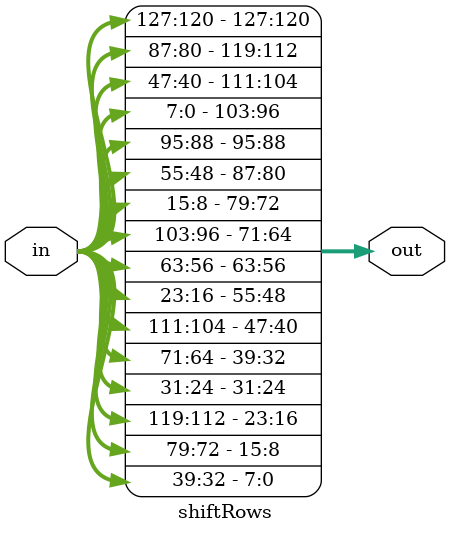
<source format=v>
`timescale 1ns / 1ps

module shiftRows ( in, out );
  input [127:0] in;
  //input_done

  output [127:0] out;
  //output_done

  //wire_done

  assign out[127] = in[127];
  assign out[126] = in[126];
  assign out[125] = in[125];
  assign out[124] = in[124];
  assign out[123] = in[123];
  assign out[122] = in[122];
  assign out[121] = in[121];
  assign out[120] = in[120];
  assign out[119] = in[87];
  assign out[118] = in[86];
  assign out[117] = in[85];
  assign out[116] = in[84];
  assign out[115] = in[83];
  assign out[114] = in[82];
  assign out[113] = in[81];
  assign out[112] = in[80];
  assign out[111] = in[47];
  assign out[110] = in[46];
  assign out[109] = in[45];
  assign out[108] = in[44];
  assign out[107] = in[43];
  assign out[106] = in[42];
  assign out[105] = in[41];
  assign out[104] = in[40];
  assign out[103] = in[7];
  assign out[102] = in[6];
  assign out[101] = in[5];
  assign out[100] = in[4];
  assign out[99] = in[3];
  assign out[98] = in[2];
  assign out[97] = in[1];
  assign out[96] = in[0];
  assign out[95] = in[95];
  assign out[94] = in[94];
  assign out[93] = in[93];
  assign out[92] = in[92];
  assign out[91] = in[91];
  assign out[90] = in[90];
  assign out[89] = in[89];
  assign out[88] = in[88];
  assign out[87] = in[55];
  assign out[86] = in[54];
  assign out[85] = in[53];
  assign out[84] = in[52];
  assign out[83] = in[51];
  assign out[82] = in[50];
  assign out[81] = in[49];
  assign out[80] = in[48];
  assign out[79] = in[15];
  assign out[78] = in[14];
  assign out[77] = in[13];
  assign out[76] = in[12];
  assign out[75] = in[11];
  assign out[74] = in[10];
  assign out[73] = in[9];
  assign out[72] = in[8];
  assign out[71] = in[103];
  assign out[70] = in[102];
  assign out[69] = in[101];
  assign out[68] = in[100];
  assign out[67] = in[99];
  assign out[66] = in[98];
  assign out[65] = in[97];
  assign out[64] = in[96];
  assign out[63] = in[63];
  assign out[62] = in[62];
  assign out[61] = in[61];
  assign out[60] = in[60];
  assign out[59] = in[59];
  assign out[58] = in[58];
  assign out[57] = in[57];
  assign out[56] = in[56];
  assign out[55] = in[23];
  assign out[54] = in[22];
  assign out[53] = in[21];
  assign out[52] = in[20];
  assign out[51] = in[19];
  assign out[50] = in[18];
  assign out[49] = in[17];
  assign out[48] = in[16];
  assign out[47] = in[111];
  assign out[46] = in[110];
  assign out[45] = in[109];
  assign out[44] = in[108];
  assign out[43] = in[107];
  assign out[42] = in[106];
  assign out[41] = in[105];
  assign out[40] = in[104];
  assign out[39] = in[71];
  assign out[38] = in[70];
  assign out[37] = in[69];
  assign out[36] = in[68];
  assign out[35] = in[67];
  assign out[34] = in[66];
  assign out[33] = in[65];
  assign out[32] = in[64];
  assign out[31] = in[31];
  assign out[30] = in[30];
  assign out[29] = in[29];
  assign out[28] = in[28];
  assign out[27] = in[27];
  assign out[26] = in[26];
  assign out[25] = in[25];
  assign out[24] = in[24];
  assign out[23] = in[119];
  assign out[22] = in[118];
  assign out[21] = in[117];
  assign out[20] = in[116];
  assign out[19] = in[115];
  assign out[18] = in[114];
  assign out[17] = in[113];
  assign out[16] = in[112];
  assign out[15] = in[79];
  assign out[14] = in[78];
  assign out[13] = in[77];
  assign out[12] = in[76];
  assign out[11] = in[75];
  assign out[10] = in[74];
  assign out[9] = in[73];
  assign out[8] = in[72];
  assign out[7] = in[39];
  assign out[6] = in[38];
  assign out[5] = in[37];
  assign out[4] = in[36];
  assign out[3] = in[35];
  assign out[2] = in[34];
  assign out[1] = in[33];
  assign out[0] = in[32];

endmodule
</source>
